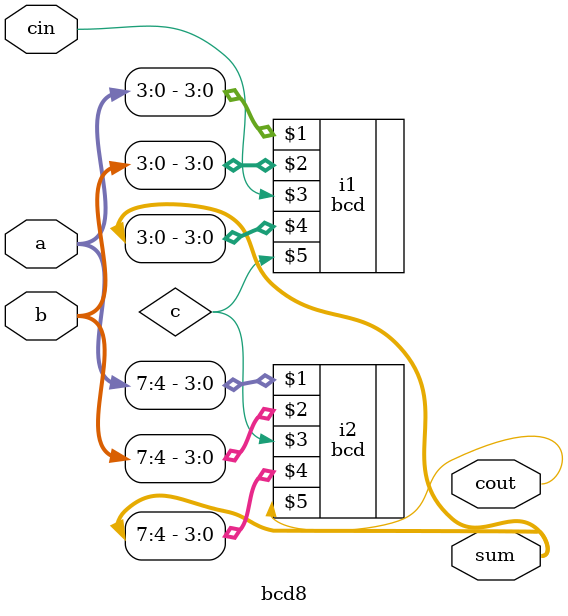
<source format=sv>
module bcd8(a,b,cin,sum,cout);
input logic[7:0] a,b;
input logic cin;
output logic[7:0] sum;
output logic cout;
logic c;

bcd i1(a[3:0],b[3:0],cin,sum[3:0],c);
bcd i2(a[7:4],b[7:4],c,sum[7:4],cout);

endmodule

</source>
